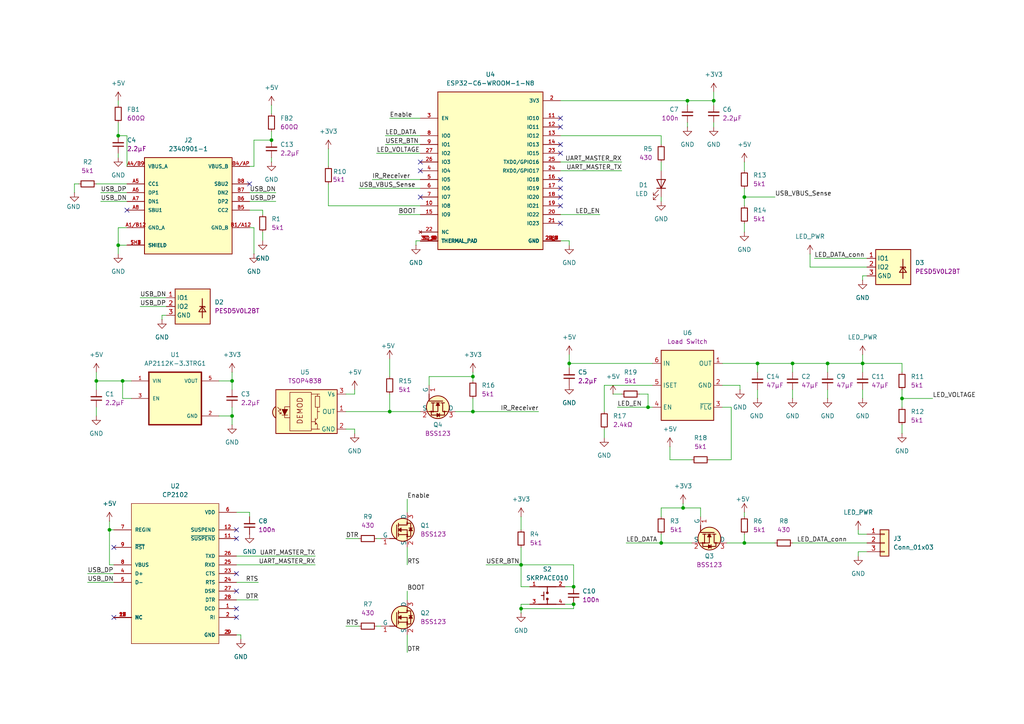
<source format=kicad_sch>
(kicad_sch (version 20231120) (generator "eeschema") (generator_version "8.0")
  (paper "A4")
  (junction (at 35.56 110.49))
  (junction (at 67.31 110.49))
  (junction (at 137.16 109.22))
  (junction (at 187.96 118.11))
  (junction (at 198.12 147.32))
  (junction (at 67.31 120.65))
  (junction (at 78.74 40.64))
  (junction (at 34.29 71.12))
  (junction (at 261.62 115.57))
  (junction (at 137.16 119.38))
  (junction (at 250.19 105.41))
  (junction (at 166.37 175.26))
  (junction (at 113.03 119.38))
  (junction (at 165.1 105.41))
  (junction (at 31.75 153.67))
  (junction (at 151.13 163.83))
  (junction (at 27.94 110.49))
  (junction (at 34.29 39.37))
  (junction (at 215.9 57.15))
  (junction (at 151.13 176.53))
  (junction (at 240.03 105.41))
  (junction (at 207.01 29.21))
  (junction (at 199.39 29.21))
  (junction (at 219.71 105.41))
  (junction (at 166.37 170.18))
  (junction (at 229.87 105.41))
  (junction (at 191.77 157.48))
  (junction (at 215.9 157.48))
  (no_connect (at 162.56 41.91))
  (no_connect (at 68.58 171.45))
  (no_connect (at 68.58 156.21))
  (no_connect (at 162.56 59.69))
  (no_connect (at 33.02 158.75))
  (no_connect (at 162.56 52.07))
  (no_connect (at 162.56 44.45))
  (no_connect (at 68.58 166.37))
  (no_connect (at 36.83 60.96))
  (no_connect (at 162.56 36.83))
  (no_connect (at 68.58 176.53))
  (no_connect (at 162.56 34.29))
  (no_connect (at 121.92 57.15))
  (no_connect (at 162.56 54.61))
  (no_connect (at 72.39 53.34))
  (no_connect (at 121.92 46.99))
  (no_connect (at 68.58 153.67))
  (no_connect (at 162.56 64.77))
  (no_connect (at 162.56 57.15))
  (no_connect (at 121.92 49.53))
  (no_connect (at 33.02 179.07))
  (no_connect (at 68.58 179.07))
  (wire (pts (xy 67.31 120.65) (xy 67.31 123.19)))
  (wire (pts (xy 34.29 66.04) (xy 34.29 71.12)))
  (wire (pts (xy 34.29 71.12) (xy 34.29 73.66)))
  (wire (pts (xy 34.29 39.37) (xy 36.83 39.37)))
  (wire (pts (xy 63.5 110.49) (xy 67.31 110.49)))
  (wire (pts (xy 162.56 46.99) (xy 180.34 46.99)))
  (wire (pts (xy 250.19 105.41) (xy 250.19 107.95)))
  (wire (pts (xy 113.03 119.38) (xy 121.92 119.38)))
  (wire (pts (xy 33.02 166.37) (xy 25.4 166.37)))
  (wire (pts (xy 48.26 86.36) (xy 40.64 86.36)))
  (wire (pts (xy 199.39 29.21) (xy 199.39 30.48)))
  (wire (pts (xy 121.92 44.45) (xy 109.22 44.45)))
  (wire (pts (xy 250.19 113.03) (xy 250.19 115.57)))
  (wire (pts (xy 198.12 146.05) (xy 198.12 147.32)))
  (wire (pts (xy 198.12 147.32) (xy 191.77 147.32)))
  (wire (pts (xy 229.87 105.41) (xy 240.03 105.41)))
  (wire (pts (xy 33.02 163.83) (xy 31.75 163.83)))
  (wire (pts (xy 107.95 52.07) (xy 121.92 52.07)))
  (wire (pts (xy 250.19 102.87) (xy 250.19 105.41)))
  (wire (pts (xy 215.9 49.53) (xy 215.9 46.99)))
  (wire (pts (xy 27.94 110.49) (xy 35.56 110.49)))
  (wire (pts (xy 165.1 105.41) (xy 189.23 105.41)))
  (wire (pts (xy 175.26 111.76) (xy 189.23 111.76)))
  (wire (pts (xy 34.29 29.21) (xy 34.29 30.48)))
  (wire (pts (xy 229.87 157.48) (xy 251.46 157.48)))
  (wire (pts (xy 68.58 173.99) (xy 74.93 173.99)))
  (wire (pts (xy 177.8 114.3) (xy 180.34 114.3)))
  (wire (pts (xy 165.1 69.85) (xy 165.1 71.12)))
  (wire (pts (xy 69.85 184.15) (xy 68.58 184.15)))
  (wire (pts (xy 78.74 40.64) (xy 73.66 40.64)))
  (wire (pts (xy 215.9 157.48) (xy 224.79 157.48)))
  (wire (pts (xy 165.1 106.68) (xy 165.1 105.41)))
  (wire (pts (xy 111.76 41.91) (xy 121.92 41.91)))
  (wire (pts (xy 251.46 80.01) (xy 250.19 80.01)))
  (wire (pts (xy 205.74 133.35) (xy 212.09 133.35)))
  (wire (pts (xy 215.9 148.59) (xy 215.9 149.86)))
  (wire (pts (xy 181.61 157.48) (xy 191.77 157.48)))
  (wire (pts (xy 121.92 54.61) (xy 104.14 54.61)))
  (wire (pts (xy 261.62 123.19) (xy 261.62 125.73)))
  (wire (pts (xy 240.03 105.41) (xy 240.03 107.95)))
  (wire (pts (xy 78.74 45.72) (xy 78.74 46.99)))
  (wire (pts (xy 113.03 104.14) (xy 113.03 109.22)))
  (wire (pts (xy 102.87 124.46) (xy 102.87 125.73)))
  (wire (pts (xy 27.94 53.34) (xy 36.83 53.34)))
  (wire (pts (xy 25.4 168.91) (xy 33.02 168.91)))
  (wire (pts (xy 199.39 35.56) (xy 199.39 36.83)))
  (wire (pts (xy 151.13 163.83) (xy 151.13 158.75)))
  (wire (pts (xy 137.16 115.57) (xy 137.16 119.38)))
  (wire (pts (xy 229.87 105.41) (xy 229.87 107.95)))
  (wire (pts (xy 191.77 157.48) (xy 200.66 157.48)))
  (wire (pts (xy 251.46 160.02) (xy 248.92 160.02)))
  (wire (pts (xy 209.55 105.41) (xy 219.71 105.41)))
  (wire (pts (xy 179.07 118.11) (xy 187.96 118.11)))
  (wire (pts (xy 48.26 91.44) (xy 46.99 91.44)))
  (wire (pts (xy 73.66 66.04) (xy 73.66 73.66)))
  (wire (pts (xy 34.29 44.45) (xy 34.29 45.72)))
  (wire (pts (xy 27.94 113.03) (xy 27.94 110.49)))
  (wire (pts (xy 113.03 34.29) (xy 121.92 34.29)))
  (wire (pts (xy 215.9 64.77) (xy 215.9 67.31)))
  (wire (pts (xy 207.01 35.56) (xy 207.01 36.83)))
  (wire (pts (xy 31.75 151.13) (xy 31.75 153.67)))
  (wire (pts (xy 212.09 133.35) (xy 212.09 118.11)))
  (wire (pts (xy 140.97 163.83) (xy 151.13 163.83)))
  (wire (pts (xy 207.01 29.21) (xy 207.01 26.67)))
  (wire (pts (xy 219.71 105.41) (xy 219.71 107.95)))
  (wire (pts (xy 95.25 59.69) (xy 121.92 59.69)))
  (wire (pts (xy 166.37 176.53) (xy 151.13 176.53)))
  (wire (pts (xy 215.9 54.61) (xy 215.9 57.15)))
  (wire (pts (xy 76.2 69.85) (xy 76.2 67.31)))
  (wire (pts (xy 31.75 163.83) (xy 31.75 153.67)))
  (wire (pts (xy 153.67 170.18) (xy 151.13 170.18)))
  (wire (pts (xy 151.13 170.18) (xy 151.13 163.83)))
  (wire (pts (xy 113.03 114.3) (xy 113.03 119.38)))
  (wire (pts (xy 151.13 176.53) (xy 151.13 175.26)))
  (wire (pts (xy 29.21 58.42) (xy 36.83 58.42)))
  (wire (pts (xy 163.83 175.26) (xy 166.37 175.26)))
  (wire (pts (xy 67.31 118.11) (xy 67.31 120.65)))
  (wire (pts (xy 100.33 181.61) (xy 104.14 181.61)))
  (wire (pts (xy 95.25 53.34) (xy 95.25 59.69)))
  (wire (pts (xy 219.71 105.41) (xy 229.87 105.41)))
  (wire (pts (xy 118.11 158.75) (xy 118.11 163.83)))
  (wire (pts (xy 215.9 57.15) (xy 224.79 57.15)))
  (wire (pts (xy 124.46 109.22) (xy 137.16 109.22)))
  (wire (pts (xy 187.96 114.3) (xy 187.96 118.11)))
  (wire (pts (xy 261.62 115.57) (xy 261.62 118.11)))
  (wire (pts (xy 240.03 105.41) (xy 250.19 105.41)))
  (wire (pts (xy 191.77 39.37) (xy 162.56 39.37)))
  (wire (pts (xy 162.56 69.85) (xy 165.1 69.85)))
  (wire (pts (xy 203.2 149.86) (xy 203.2 147.32)))
  (wire (pts (xy 185.42 114.3) (xy 187.96 114.3)))
  (wire (pts (xy 100.33 119.38) (xy 113.03 119.38)))
  (wire (pts (xy 163.83 170.18) (xy 166.37 170.18)))
  (wire (pts (xy 175.26 124.46) (xy 175.26 127)))
  (wire (pts (xy 100.33 124.46) (xy 102.87 124.46)))
  (wire (pts (xy 240.03 113.03) (xy 240.03 115.57)))
  (wire (pts (xy 203.2 147.32) (xy 198.12 147.32)))
  (wire (pts (xy 210.82 157.48) (xy 215.9 157.48)))
  (wire (pts (xy 175.26 119.38) (xy 175.26 111.76)))
  (wire (pts (xy 121.92 39.37) (xy 111.76 39.37)))
  (wire (pts (xy 191.77 154.94) (xy 191.77 157.48)))
  (wire (pts (xy 234.95 73.66) (xy 234.95 77.47)))
  (wire (pts (xy 35.56 115.57) (xy 35.56 110.49)))
  (wire (pts (xy 191.77 49.53) (xy 191.77 46.99)))
  (wire (pts (xy 229.87 113.03) (xy 229.87 115.57)))
  (wire (pts (xy 236.22 74.93) (xy 251.46 74.93)))
  (wire (pts (xy 132.08 119.38) (xy 137.16 119.38)))
  (wire (pts (xy 68.58 163.83) (xy 91.44 163.83)))
  (wire (pts (xy 31.75 153.67) (xy 33.02 153.67)))
  (wire (pts (xy 35.56 110.49) (xy 38.1 110.49)))
  (wire (pts (xy 36.83 66.04) (xy 34.29 66.04)))
  (wire (pts (xy 124.46 111.76) (xy 124.46 109.22)))
  (wire (pts (xy 165.1 102.87) (xy 165.1 105.41)))
  (wire (pts (xy 72.39 60.96) (xy 76.2 60.96)))
  (wire (pts (xy 207.01 29.21) (xy 207.01 30.48)))
  (wire (pts (xy 27.94 118.11) (xy 27.94 120.65)))
  (wire (pts (xy 34.29 35.56) (xy 34.29 39.37)))
  (wire (pts (xy 67.31 120.65) (xy 63.5 120.65)))
  (wire (pts (xy 38.1 115.57) (xy 35.56 115.57)))
  (wire (pts (xy 36.83 39.37) (xy 36.83 48.26)))
  (wire (pts (xy 261.62 107.95) (xy 261.62 105.41)))
  (wire (pts (xy 261.62 105.41) (xy 250.19 105.41)))
  (wire (pts (xy 109.22 181.61) (xy 110.49 181.61)))
  (wire (pts (xy 212.09 118.11) (xy 209.55 118.11)))
  (wire (pts (xy 151.13 175.26) (xy 153.67 175.26)))
  (wire (pts (xy 72.39 66.04) (xy 73.66 66.04)))
  (wire (pts (xy 78.74 30.48) (xy 78.74 33.02)))
  (wire (pts (xy 67.31 110.49) (xy 67.31 107.95)))
  (wire (pts (xy 199.39 29.21) (xy 207.01 29.21)))
  (wire (pts (xy 151.13 149.86) (xy 151.13 153.67)))
  (wire (pts (xy 261.62 115.57) (xy 270.51 115.57)))
  (wire (pts (xy 95.25 48.26) (xy 95.25 43.18)))
  (wire (pts (xy 194.31 133.35) (xy 200.66 133.35)))
  (wire (pts (xy 219.71 113.03) (xy 219.71 115.57)))
  (wire (pts (xy 80.01 55.88) (xy 72.39 55.88)))
  (wire (pts (xy 68.58 168.91) (xy 74.93 168.91)))
  (wire (pts (xy 22.86 53.34) (xy 21.59 53.34)))
  (wire (pts (xy 72.39 148.59) (xy 72.39 149.86)))
  (wire (pts (xy 46.99 91.44) (xy 46.99 92.71)))
  (wire (pts (xy 194.31 129.54) (xy 194.31 133.35)))
  (wire (pts (xy 162.56 62.23) (xy 173.99 62.23)))
  (wire (pts (xy 67.31 110.49) (xy 67.31 113.03)))
  (wire (pts (xy 68.58 161.29) (xy 91.44 161.29)))
  (wire (pts (xy 166.37 175.26) (xy 166.37 176.53)))
  (wire (pts (xy 21.59 53.34) (xy 21.59 55.88)))
  (wire (pts (xy 40.64 88.9) (xy 48.26 88.9)))
  (wire (pts (xy 162.56 29.21) (xy 199.39 29.21)))
  (wire (pts (xy 118.11 171.45) (xy 118.11 173.99)))
  (wire (pts (xy 191.77 57.15) (xy 191.77 58.42)))
  (wire (pts (xy 102.87 114.3) (xy 100.33 114.3)))
  (wire (pts (xy 109.22 156.21) (xy 110.49 156.21)))
  (wire (pts (xy 209.55 111.76) (xy 214.63 111.76)))
  (wire (pts (xy 115.57 62.23) (xy 121.92 62.23)))
  (wire (pts (xy 76.2 60.96) (xy 76.2 62.23)))
  (wire (pts (xy 162.56 49.53) (xy 180.34 49.53)))
  (wire (pts (xy 191.77 39.37) (xy 191.77 41.91)))
  (wire (pts (xy 248.92 160.02) (xy 248.92 161.29)))
  (wire (pts (xy 72.39 58.42) (xy 80.01 58.42)))
  (wire (pts (xy 36.83 71.12) (xy 34.29 71.12)))
  (wire (pts (xy 166.37 163.83) (xy 151.13 163.83)))
  (wire (pts (xy 191.77 147.32) (xy 191.77 149.86)))
  (wire (pts (xy 69.85 185.42) (xy 69.85 184.15)))
  (wire (pts (xy 118.11 184.15) (xy 118.11 189.23)))
  (wire (pts (xy 187.96 118.11) (xy 189.23 118.11)))
  (wire (pts (xy 215.9 57.15) (xy 215.9 59.69)))
  (wire (pts (xy 73.66 48.26) (xy 72.39 48.26)))
  (wire (pts (xy 261.62 113.03) (xy 261.62 115.57)))
  (wire (pts (xy 137.16 109.22) (xy 137.16 110.49)))
  (wire (pts (xy 248.92 154.94) (xy 248.92 153.67)))
  (wire (pts (xy 234.95 77.47) (xy 251.46 77.47)))
  (wire (pts (xy 100.33 156.21) (xy 104.14 156.21)))
  (wire (pts (xy 68.58 148.59) (xy 72.39 148.59)))
  (wire (pts (xy 251.46 154.94) (xy 248.92 154.94)))
  (wire (pts (xy 137.16 119.38) (xy 156.21 119.38)))
  (wire (pts (xy 36.83 55.88) (xy 29.21 55.88)))
  (wire (pts (xy 151.13 177.8) (xy 151.13 176.53)))
  (wire (pts (xy 27.94 107.95) (xy 27.94 110.49)))
  (wire (pts (xy 120.65 69.85) (xy 120.65 71.12)))
  (wire (pts (xy 215.9 154.94) (xy 215.9 157.48)))
  (wire (pts (xy 118.11 144.78) (xy 118.11 148.59)))
  (wire (pts (xy 166.37 170.18) (xy 166.37 163.83)))
  (wire (pts (xy 78.74 38.1) (xy 78.74 40.64)))
  (wire (pts (xy 121.92 69.85) (xy 120.65 69.85)))
  (wire (pts (xy 250.19 80.01) (xy 250.19 81.28)))
  (wire (pts (xy 73.66 40.64) (xy 73.66 48.26)))
  (wire (pts (xy 137.16 107.95) (xy 137.16 109.22)))
  (wire (pts (xy 214.63 111.76) (xy 214.63 113.03)))
  (wire (pts (xy 102.87 113.03) (xy 102.87 114.3)))
  (label "LED_VOLTAGE" (at 270.51 115.57 0))
  (label "Enable" (at 113.03 34.29 0))
  (label "LED_DATA" (at 181.61 157.48 0))
  (label "UART_MASTER_TX" (at 180.34 49.53 180))
  (label "USB_DN" (at 80.01 55.88 180))
  (label "BOOT" (at 115.57 62.23 0))
  (label "LED_DATA_conn" (at 236.22 74.93 0))
  (label "USER_BTN" (at 111.76 41.91 0))
  (label "IR_Receiver" (at 107.95 52.07 0))
  (label "DTR" (at 74.93 173.99 180))
  (label "LED_EN" (at 173.99 62.23 180))
  (label "USER_BTN" (at 140.97 163.83 0))
  (label "DTR" (at 118.11 189.23 0))
  (label "UART_MASTER_RX" (at 91.44 163.83 180))
  (label "UART_MASTER_RX" (at 180.34 46.99 180))
  (label "LED_EN" (at 179.07 118.11 0))
  (label "LED_DATA_conn" (at 231.14 157.48 0))
  (label "USB_DP" (at 25.4 166.37 0))
  (label "LED_VOLTAGE" (at 109.22 44.45 0))
  (label "USB_DN" (at 40.64 86.36 0))
  (label "BOOT" (at 118.11 171.45 0))
  (label "Enable" (at 118.11 144.78 0))
  (label "USB_DP" (at 80.01 58.42 180))
  (label "USB_DP" (at 29.21 55.88 0))
  (label "LED_DATA" (at 111.76 39.37 0))
  (label "RTS" (at 74.93 168.91 180))
  (label "USB_DP" (at 40.64 88.9 0))
  (label "RTS" (at 118.11 163.83 0))
  (label "USB_VBUS_Sense" (at 104.14 54.61 0))
  (label "DTR" (at 100.33 156.21 0))
  (label "USB_DN" (at 29.21 58.42 0))
  (label "RTS" (at 100.33 181.61 0))
  (label "USB_VBUS_Sense" (at 224.79 57.15 0))
  (label "USB_DN" (at 25.4 168.91 0))
  (label "UART_MASTER_TX" (at 91.44 161.29 180))
  (label "IR_Receiver" (at 156.21 119.38 180))
  (symbol (lib_id "power:+3V3") (at 95.25 43.18 0) (mirror y) (unit 1)
    (property "Reference" "#PWR029" (effects (hide yes)))
    (property "Value" "+3V3" (at 95.25 38.1 0))
    (property "Description" "Power symbol creates a global label with name \"+3V3\"" (effects (hide yes)))
  )
  (symbol (lib_id "HSRGB:C_2u2_10pct_16V_0402_GRM155R61C225KE11D") (at 78.74 43.18 90) (unit 1)
    (property "Reference" "C13" (at 81.28 41.9036 90) (effects (justify right)))
    (property "Value" "C_2u2_10pct_16V_0402_GRM155R61C225KE11D" (effects (hide yes)))
    (property "Footprint" "HSRGB:C_0402" (effects (hide yes)))
    (property "Datasheet" "https://www.mouser.pl/datasheet/2/281/1/GRM155R61C225KE11_01A-1983937.pdf" (effects (hide yes)))
    (property "Description" "SMD Ceramic Capacitor, 2.2 µF, ±10%, 16V, X5R, 0402" (effects (hide yes)))
    (property "MPN" "GRM155R61C225KE11D" (effects (hide yes)))
    (property "Manufacturer" "Murata" (effects (hide yes)))
    (property "License" "Apache-2.0" (effects (hide yes)))
    (property "Author" "Lukasz Nowarkiewicz" (effects (hide yes)))
    (property "Val" "2.2µF" (at 81.28 44.4435 90) (effects (justify right)))
  )
  (symbol (lib_id "HSRGB:2340901-1") (at 54.61 58.42 0) (unit 1)
    (property "Reference" "J2" (at 54.61 40.64 0))
    (property "Value" "2340901-1" (at 54.61 43.18 0))
    (property "Footprint" "HSRGB:2340901-1" (effects (hide yes)))
    (property "MF" "TE Connectivity" (effects (hide yes)))
    (property "MAXIMUM_PACKAGE_HEIGHT" "1.58mm" (effects (hide yes)))
    (property "Package" "None" (effects (hide yes)))
    (property "Price" "None" (effects (hide yes)))
    (property "Check_prices" "https://www.snapeda.com/parts/2340901-1/TE+Connectivity/view-part/?ref=eda" (effects (hide yes)))
    (property "STANDARD" "Manufacturer Recommendations" (effects (hide yes)))
    (property "PARTREV" "A" (effects (hide yes)))
    (property "SnapEDA_Link" "https://www.snapeda.com/parts/2340901-1/TE+Connectivity/view-part/?ref=snap" (effects (hide yes)))
    (property "MP" "2340901-1" (effects (hide yes)))
    (property "Description_1" "\n                        \n                            USB Type C 2.0 Conn Rec Mid-Mount One Ro\n                        \n" (effects (hide yes)))
    (property "Availability" "In Stock" (effects (hide yes)))
    (property "MANUFACTURER" "TE Connectivity" (effects (hide yes)))
  )
  (symbol (lib_id "power:+5V") (at 34.29 29.21 0) (unit 1)
    (property "Reference" "#PWR012" (effects (hide yes)))
    (property "Value" "+5V" (at 34.29 24.13 0))
    (property "Description" "Power symbol creates a global label with name \"+5V\"" (effects (hide yes)))
  )
  (symbol (lib_id "HSRGB:C_2u2_10pct_16V_0402_GRM155R61C225KE11D") (at 34.29 41.91 90) (unit 1)
    (property "Reference" "C4" (at 36.83 40.6336 90) (effects (justify right)))
    (property "Value" "C_2u2_10pct_16V_0402_GRM155R61C225KE11D" (effects (hide yes)))
    (property "Footprint" "HSRGB:C_0402" (effects (hide yes)))
    (property "Datasheet" "https://www.mouser.pl/datasheet/2/281/1/GRM155R61C225KE11_01A-1983937.pdf" (effects (hide yes)))
    (property "Description" "SMD Ceramic Capacitor, 2.2 µF, ±10%, 16V, X5R, 0402" (effects (hide yes)))
    (property "MPN" "GRM155R61C225KE11D" (effects (hide yes)))
    (property "Manufacturer" "Murata" (effects (hide yes)))
    (property "License" "Apache-2.0" (effects (hide yes)))
    (property "Author" "Lukasz Nowarkiewicz" (effects (hide yes)))
    (property "Val" "2.2µF" (at 36.83 43.1735 90) (effects (justify right)))
  )
  (symbol (lib_id "power:GND") (at 261.62 125.73 0) (unit 1)
    (property "Reference" "#PWR039" (effects (hide yes)))
    (property "Value" "GND" (at 261.62 130.81 0))
    (property "Description" "Power symbol creates a global label with name \"GND\" , ground" (effects (hide yes)))
  )
  (symbol (lib_id "HSRGB:R_5k1_0402") (at 215.9 154.94 90) (unit 1)
    (property "Reference" "R6" (at 218.44 151.13 90) (effects (justify right)))
    (property "Value" "R_5k1_0402" (effects (hide yes)))
    (property "Footprint" "HSRGB:R_0402" (effects (hide yes)))
    (property "Datasheet" "https://www.yageo.com/en/ProductCategory/Chip-Resistors-Thick-Film-SMD-AC" (effects (hide yes)))
    (property "Description" "SMD Chip Resistor, 5.1 kΩ, ±5%, 63 mW, 0402 [1005 Metric], Thick Film, Automotive AEC-Q200, Moisture Resistant" (effects (hide yes)))
    (property "MPN" "AC0402JR-075K1L" (effects (hide yes)))
    (property "Manufacturer" "YAGEO" (effects (hide yes)))
    (property "License" "Apache-2.0" (effects (hide yes)))
    (property "Author" "Lukasz Nowarkiewicz" (effects (hide yes)))
    (property "Val" "5k1" (at 218.44 153.67 90) (effects (justify right)))
    (property "Tolerance" "5%" (effects (hide yes)))
    (property "Power" "63 mW" (effects (hide yes)))
    (property "Temperature Coefficient" "±100 ppm/°C" (effects (hide yes)))
  )
  (symbol (lib_id "power:GND") (at 34.29 45.72 0) (unit 1)
    (property "Reference" "#PWR015" (effects (hide yes)))
    (property "Value" "GND" (at 34.29 50.8 0))
    (property "Description" "Power symbol creates a global label with name \"GND\" , ground" (effects (hide yes)))
  )
  (symbol (lib_id "HSRGB:R_5k1_0402") (at 113.03 114.3 90) (unit 1)
    (property "Reference" "R15" (at 115.57 110.49 90) (effects (justify right)))
    (property "Value" "R_5k1_0402" (effects (hide yes)))
    (property "Footprint" "HSRGB:R_0402" (effects (hide yes)))
    (property "Datasheet" "https://www.yageo.com/en/ProductCategory/Chip-Resistors-Thick-Film-SMD-AC" (effects (hide yes)))
    (property "Description" "SMD Chip Resistor, 5.1 kΩ, ±5%, 63 mW, 0402 [1005 Metric], Thick Film, Automotive AEC-Q200, Moisture Resistant" (effects (hide yes)))
    (property "MPN" "AC0402JR-075K1L" (effects (hide yes)))
    (property "Manufacturer" "YAGEO" (effects (hide yes)))
    (property "License" "Apache-2.0" (effects (hide yes)))
    (property "Author" "Lukasz Nowarkiewicz" (effects (hide yes)))
    (property "Val" "5k1" (at 115.57 113.03 90) (effects (justify right)))
    (property "Tolerance" "5%" (effects (hide yes)))
    (property "Power" "63 mW" (effects (hide yes)))
    (property "Temperature Coefficient" "±100 ppm/°C" (effects (hide yes)))
  )
  (symbol (lib_id "HSRGB:C_47u_20pct_10V_0805_CC0805MKX5R6BB476") (at 250.19 110.49 90) (unit 1)
    (property "Reference" "C11" (at 252.73 109.2136 90) (effects (justify right)))
    (property "Value" "C_47u_20pct_10V_0805_CC0805MKX5R6BB476" (effects (hide yes)))
    (property "Footprint" "HSRGB:C_0805" (effects (hide yes)))
    (property "Datasheet" "https://www.yageo.com/upload/media/product/app/datasheet/mlcc/upy-gphc_x5r_4v-to-50v.pdf" (effects (hide yes)))
    (property "Description" "SMD Ceramic Capacitor, 47 µF, ±20%, 10V, X5R, 0805" (effects (hide yes)))
    (property "MPN" "CC0805MKX5R6BB476" (effects (hide yes)))
    (property "Manufacturer" "Yageo" (effects (hide yes)))
    (property "License" "Apache-2.0" (effects (hide yes)))
    (property "Author" "Lukasz Nowarkiewicz" (effects (hide yes)))
    (property "Val" "47µF" (at 252.73 111.7535 90) (effects (justify right)))
  )
  (symbol (lib_id "HSRGB:CP2102") (at 50.8 166.37 0) (unit 1)
    (property "Reference" "U2" (at 50.8 140.97 0))
    (property "Value" "CP2102" (at 50.8 143.51 0))
    (property "Footprint" "HSRGB:CP2102" (effects (hide yes)))
    (property "Description" "USB to UART Bridge" (effects (hide yes)))
    (property "MF" "Silicon Labs" (effects (hide yes)))
    (property "PACKAGE" "WFQFN-20 Silicon Labs" (effects (hide yes)))
    (property "PRICE" "None" (effects (hide yes)))
    (property "Package" "QFN-28 Silicon Labs" (effects (hide yes)))
    (property "Check_prices" "https://www.snapeda.com/parts/CP2102/Silicon+Labs/view-part/?ref=eda" (effects (hide yes)))
    (property "Price" "None" (effects (hide yes)))
    (property "SnapEDA_Link" "https://www.snapeda.com/parts/CP2102/Silicon+Labs/view-part/?ref=snap" (effects (hide yes)))
    (property "MP" "CP2102" (effects (hide yes)))
    (property "Availability" "In Stock" (effects (hide yes)))
    (property "AVAILABILITY" "Unavailable" (effects (hide yes)))
    (property "Description_1" "\n                        \n                            CP2102N USB 2.0 to UART (RS232) Bridge Interface Evaluation Board\n                        \n" (effects (hide yes)))
  )
  (symbol (lib_id "power:GND") (at 191.77 58.42 0) (mirror y) (unit 1)
    (property "Reference" "#PWR01" (effects (hide yes)))
    (property "Value" "GND" (at 191.77 63.5 0))
    (property "Description" "Power symbol creates a global label with name \"GND\" , ground" (effects (hide yes)))
  )
  (symbol (lib_id "HSRGB:R_430_0402") (at 104.14 181.61 0) (unit 1)
    (property "Reference" "R7" (at 106.68 175.26 0))
    (property "Value" "R_430_0402" (effects (hide yes)))
    (property "Footprint" "HSRGB:R_0402" (effects (hide yes)))
    (property "Datasheet" "https://www.lcsc.com/datasheet/lcsc_datasheet_1811081413_RALEC-RTT024320FTH_C103041.pdf" (effects (hide yes)))
    (property "Description" "SMD Chip Resistor, 430 Ω, ±1%, 62.5 mW, 0402 [1005 Metric], Thick Film" (effects (hide yes)))
    (property "MPN" "RTT024300FTH" (effects (hide yes)))
    (property "Manufacturer" "RALEC" (effects (hide yes)))
    (property "License" "Apache-2.0" (effects (hide yes)))
    (property "Author" "Lukasz Nowarkiewicz" (effects (hide yes)))
    (property "Val" "430" (at 106.68 177.8 0))
    (property "Tolerance" "1%" (effects (hide yes)))
    (property "Power" "62.5 mW" (effects (hide yes)))
    (property "Temperature Coefficient" "±100 ppm/°C" (effects (hide yes)))
  )
  (symbol (lib_id "HSRGB:R_430_0402") (at 191.77 46.99 270) (mirror x) (unit 1)
    (property "Reference" "R5" (at 189.23 43.18 90) (effects (justify right)))
    (property "Value" "R_430_0402" (effects (hide yes)))
    (property "Footprint" "HSRGB:R_0402" (effects (hide yes)))
    (property "Datasheet" "https://www.lcsc.com/datasheet/lcsc_datasheet_1811081413_RALEC-RTT024320FTH_C103041.pdf" (effects (hide yes)))
    (property "Description" "SMD Chip Resistor, 430 Ω, ±1%, 62.5 mW, 0402 [1005 Metric], Thick Film" (effects (hide yes)))
    (property "MPN" "RTT024300FTH" (effects (hide yes)))
    (property "Manufacturer" "RALEC" (effects (hide yes)))
    (property "License" "Apache-2.0" (effects (hide yes)))
    (property "Author" "Lukasz Nowarkiewicz" (effects (hide yes)))
    (property "Val" "430" (at 189.23 45.72 90) (effects (justify right)))
    (property "Tolerance" "1%" (effects (hide yes)))
    (property "Power" "62.5 mW" (effects (hide yes)))
    (property "Temperature Coefficient" "±100 ppm/°C" (effects (hide yes)))
  )
  (symbol (lib_id "HSRGB:Conn_01x03") (at 256.54 157.48 0) (unit 1)
    (property "Reference" "J3" (at 259.08 156.2099 0) (effects (justify left)))
    (property "Value" "Conn_01x03" (at 259.08 158.7499 0) (effects (justify left)))
    (property "Footprint" "HSRGB:1x03_P2.54mm_LED_pads" (effects (hide yes)))
    (property "Description" "Generic connector, single row, 01x03, script generated (kicad-library-utils/schlib/autogen/connector/)" (effects (hide yes)))
  )
  (symbol (lib_id "power:GND") (at 207.01 36.83 0) (mirror y) (unit 1)
    (property "Reference" "#PWR023" (effects (hide yes)))
    (property "Value" "GND" (at 207.01 41.91 0))
    (property "Description" "Power symbol creates a global label with name \"GND\" , ground" (effects (hide yes)))
  )
  (symbol (lib_id "HSRGB:C_2u2_10pct_16V_0402_GRM155R61C225KE11D") (at 165.1 109.22 90) (unit 1)
    (property "Reference" "C5" (at 167.64 107.9436 90) (effects (justify right)))
    (property "Value" "C_2u2_10pct_16V_0402_GRM155R61C225KE11D" (effects (hide yes)))
    (property "Footprint" "HSRGB:C_0402" (effects (hide yes)))
    (property "Datasheet" "https://www.mouser.pl/datasheet/2/281/1/GRM155R61C225KE11_01A-1983937.pdf" (effects (hide yes)))
    (property "Description" "SMD Ceramic Capacitor, 2.2 µF, ±10%, 16V, X5R, 0402" (effects (hide yes)))
    (property "MPN" "GRM155R61C225KE11D" (effects (hide yes)))
    (property "Manufacturer" "Murata" (effects (hide yes)))
    (property "License" "Apache-2.0" (effects (hide yes)))
    (property "Author" "Lukasz Nowarkiewicz" (effects (hide yes)))
    (property "Val" "2.2µF" (at 167.64 110.4835 90) (effects (justify right)))
  )
  (symbol (lib_id "power:+5V") (at 31.75 151.13 0) (unit 1)
    (property "Reference" "#PWR030" (effects (hide yes)))
    (property "Value" "+5V" (at 31.75 146.05 0))
    (property "Description" "Power symbol creates a global label with name \"+5V\"" (effects (hide yes)))
  )
  (symbol (lib_id "HSRGB:AP2112K-3.3TRG1") (at 50.8 115.57 0) (unit 1)
    (property "Reference" "U1" (at 50.8 102.87 0))
    (property "Value" "AP2112K-3.3TRG1" (at 50.8 105.41 0))
    (property "Footprint" "HSRGB:AP2112K-3.3TRG1" (effects (hide yes)))
    (property "MF" "Diodes Inc." (effects (hide yes)))
    (property "Description_1" "\n                        \n                            Voltage Regulators, LDO, 600mA CMOS LDO 50mA 3.3V 250mV | Diodes Inc AP2112K-3.3TRG1\n                        \n" (effects (hide yes)))
    (property "Package" "SOT-753 Diodes Inc." (effects (hide yes)))
    (property "Price" "None" (effects (hide yes)))
    (property "Check_prices" "https://www.snapeda.com/parts/AP2112K-3.3TRG1/Diodes+Inc./view-part/?ref=eda" (effects (hide yes)))
    (property "PARTREV" "2-2" (effects (hide yes)))
    (property "SnapEDA_Link" "https://www.snapeda.com/parts/AP2112K-3.3TRG1/Diodes+Inc./view-part/?ref=snap" (effects (hide yes)))
    (property "MP" "AP2112K-3.3TRG1" (effects (hide yes)))
    (property "Availability" "In Stock" (effects (hide yes)))
    (property "MANUFACTURER" "Diodes Inc." (effects (hide yes)))
  )
  (symbol (lib_id "HSRGB:C_2u2_10pct_16V_0402_GRM155R61C225KE11D") (at 67.31 115.57 90) (unit 1)
    (property "Reference" "C3" (at 69.85 114.2936 90) (effects (justify right)))
    (property "Value" "C_2u2_10pct_16V_0402_GRM155R61C225KE11D" (effects (hide yes)))
    (property "Footprint" "HSRGB:C_0402" (effects (hide yes)))
    (property "Datasheet" "https://www.mouser.pl/datasheet/2/281/1/GRM155R61C225KE11_01A-1983937.pdf" (effects (hide yes)))
    (property "Description" "SMD Ceramic Capacitor, 2.2 µF, ±10%, 16V, X5R, 0402" (effects (hide yes)))
    (property "MPN" "GRM155R61C225KE11D" (effects (hide yes)))
    (property "Manufacturer" "Murata" (effects (hide yes)))
    (property "License" "Apache-2.0" (effects (hide yes)))
    (property "Author" "Lukasz Nowarkiewicz" (effects (hide yes)))
    (property "Val" "2.2µF" (at 69.85 116.8335 90) (effects (justify right)))
  )
  (symbol (lib_id "HSRGB:R_5k1_0402") (at 151.13 153.67 270) (unit 1)
    (property "Reference" "R4" (at 153.67 154.94 90) (effects (justify left)))
    (property "Value" "R_5k1_0402" (effects (hide yes)))
    (property "Footprint" "HSRGB:R_0402" (effects (hide yes)))
    (property "Datasheet" "https://www.yageo.com/en/ProductCategory/Chip-Resistors-Thick-Film-SMD-AC" (effects (hide yes)))
    (property "Description" "SMD Chip Resistor, 5.1 kΩ, ±5%, 63 mW, 0402 [1005 Metric], Thick Film, Automotive AEC-Q200, Moisture Resistant" (effects (hide yes)))
    (property "MPN" "AC0402JR-075K1L" (effects (hide yes)))
    (property "Manufacturer" "YAGEO" (effects (hide yes)))
    (property "License" "Apache-2.0" (effects (hide yes)))
    (property "Author" "Lukasz Nowarkiewicz" (effects (hide yes)))
    (property "Val" "5k1" (at 153.67 157.48 90) (effects (justify left)))
    (property "Tolerance" "5%" (effects (hide yes)))
    (property "Power" "63 mW" (effects (hide yes)))
    (property "Temperature Coefficient" "±100 ppm/°C" (effects (hide yes)))
  )
  (symbol (lib_id "HSRGB:C_47u_20pct_10V_0805_CC0805MKX5R6BB476") (at 219.71 110.49 90) (unit 1)
    (property "Reference" "C14" (at 222.25 109.2136 90) (effects (justify right)))
    (property "Value" "C_47u_20pct_10V_0805_CC0805MKX5R6BB476" (effects (hide yes)))
    (property "Footprint" "HSRGB:C_0805" (effects (hide yes)))
    (property "Datasheet" "https://www.yageo.com/upload/media/product/app/datasheet/mlcc/upy-gphc_x5r_4v-to-50v.pdf" (effects (hide yes)))
    (property "Description" "SMD Ceramic Capacitor, 47 µF, ±20%, 10V, X5R, 0805" (effects (hide yes)))
    (property "MPN" "CC0805MKX5R6BB476" (effects (hide yes)))
    (property "Manufacturer" "Yageo" (effects (hide yes)))
    (property "License" "Apache-2.0" (effects (hide yes)))
    (property "Author" "Lukasz Nowarkiewicz" (effects (hide yes)))
    (property "Val" "47µF" (at 222.25 111.7535 90) (effects (justify right)))
  )
  (symbol (lib_id "power:+3V3") (at 67.31 107.95 0) (unit 1)
    (property "Reference" "#PWR06" (effects (hide yes)))
    (property "Value" "+3V3" (at 67.31 102.87 0))
    (property "Description" "Power symbol creates a global label with name \"+3V3\"" (effects (hide yes)))
  )
  (symbol (lib_id "HSRGB:PESD5V0L2BT") (at 48.26 86.36 0) (unit 1)
    (property "Reference" "D2" (at 62.23 87.63 0) (effects (justify left)))
    (property "Value" "PESD5V0L2BT" (effects (hide yes)))
    (property "Footprint" "HSRGB:PESD5V0L2BT" (effects (hide yes)))
    (property "Datasheet" "https://datasheet.lcsc.com/lcsc/2311200928_TECH-PUBLIC-PESD5V0L2BT_C2858724.pdf" (effects (hide yes)))
    (property "Description" "TVS diode array, 5V, SOT-23, low capacitance, ESD protection" (effects (hide yes)))
    (property "MPN" "PESD5V0L2BT" (at 62.23 90.17 0) (effects (justify left)))
    (property "Manufacturer" "TECH PUBLIC" (effects (hide yes)))
    (property "Author" "Lukasz Nowarkiewicz" (effects (hide yes)))
    (property "License" "Apache-2.0" (effects (hide yes)))
  )
  (symbol (lib_id "HSRGB:C_47u_20pct_10V_0805_CC0805MKX5R6BB476") (at 240.03 110.49 90) (unit 1)
    (property "Reference" "C9" (at 242.57 109.2136 90) (effects (justify right)))
    (property "Value" "C_47u_20pct_10V_0805_CC0805MKX5R6BB476" (effects (hide yes)))
    (property "Footprint" "HSRGB:C_0805" (effects (hide yes)))
    (property "Datasheet" "https://www.yageo.com/upload/media/product/app/datasheet/mlcc/upy-gphc_x5r_4v-to-50v.pdf" (effects (hide yes)))
    (property "Description" "SMD Ceramic Capacitor, 47 µF, ±20%, 10V, X5R, 0805" (effects (hide yes)))
    (property "MPN" "CC0805MKX5R6BB476" (effects (hide yes)))
    (property "Manufacturer" "Yageo" (effects (hide yes)))
    (property "License" "Apache-2.0" (effects (hide yes)))
    (property "Author" "Lukasz Nowarkiewicz" (effects (hide yes)))
    (property "Val" "47µF" (at 242.57 111.7535 90) (effects (justify right)))
  )
  (symbol (lib_id "power:GND") (at 21.59 55.88 0) (unit 1)
    (property "Reference" "#PWR018" (effects (hide yes)))
    (property "Value" "GND" (at 23.368 59.944 0) (effects (justify right)))
    (property "Description" "Power symbol creates a global label with name \"GND\" , ground" (effects (hide yes)))
  )
  (symbol (lib_id "power:+5V") (at 215.9 46.99 0) (unit 1)
    (property "Reference" "#PWR042" (effects (hide yes)))
    (property "Value" "+5V" (at 215.9 41.91 0))
    (property "Description" "Power symbol creates a global label with name \"+5V\"" (effects (hide yes)))
  )
  (symbol (lib_id "HSRGB:C_100n_0402") (at 199.39 35.56 270) (mirror x) (unit 1)
    (property "Reference" "C7" (at 196.85 31.7436 90) (effects (justify right)))
    (property "Value" "C_100n_0402" (effects (hide yes)))
    (property "Footprint" "HSRGB:C_0402" (effects (hide yes)))
    (property "Datasheet" "https://www.murata.com/products/productdetail?partno=GRM155R61A104KE01%23" (effects (hide yes)))
    (property "Description" "SMD Multilayer Ceramic Capacitor, 100 nF, 10 V, 0402 [1005 Metric], ±10%, X5R, GRM Series" (effects (hide yes)))
    (property "MPN" "GRM155R61A104KE01D" (effects (hide yes)))
    (property "Manufacturer" "Murata" (effects (hide yes)))
    (property "License" "Apache-2.0" (effects (hide yes)))
    (property "Author" "Your Name" (effects (hide yes)))
    (property "Val" "100n" (at 196.85 34.2836 90) (effects (justify right)))
    (property "Voltage" "10V" (effects (hide yes)))
    (property "Dielectric" "X5R" (effects (hide yes)))
  )
  (symbol (lib_id "HSRGB:C_47u_20pct_10V_0805_CC0805MKX5R6BB476") (at 229.87 110.49 90) (unit 1)
    (property "Reference" "C2" (at 232.41 109.2136 90) (effects (justify right)))
    (property "Value" "C_47u_20pct_10V_0805_CC0805MKX5R6BB476" (effects (hide yes)))
    (property "Footprint" "HSRGB:C_0805" (effects (hide yes)))
    (property "Datasheet" "https://www.yageo.com/upload/media/product/app/datasheet/mlcc/upy-gphc_x5r_4v-to-50v.pdf" (effects (hide yes)))
    (property "Description" "SMD Ceramic Capacitor, 47 µF, ±20%, 10V, X5R, 0805" (effects (hide yes)))
    (property "MPN" "CC0805MKX5R6BB476" (effects (hide yes)))
    (property "Manufacturer" "Yageo" (effects (hide yes)))
    (property "License" "Apache-2.0" (effects (hide yes)))
    (property "Author" "Lukasz Nowarkiewicz" (effects (hide yes)))
    (property "Val" "47µF" (at 232.41 111.7535 90) (effects (justify right)))
  )
  (symbol (lib_id "HSRGB:R_5k1_0402") (at 95.25 48.26 270) (unit 1)
    (property "Reference" "R10" (at 98.552 49.784 90))
    (property "Value" "R_5k1_0402" (effects (hide yes)))
    (property "Footprint" "HSRGB:R_0402" (effects (hide yes)))
    (property "Datasheet" "https://www.yageo.com/en/ProductCategory/Chip-Resistors-Thick-Film-SMD-AC" (effects (hide yes)))
    (property "Description" "SMD Chip Resistor, 5.1 kΩ, ±5%, 63 mW, 0402 [1005 Metric], Thick Film, Automotive AEC-Q200, Moisture Resistant" (effects (hide yes)))
    (property "MPN" "AC0402JR-075K1L" (effects (hide yes)))
    (property "Manufacturer" "YAGEO" (effects (hide yes)))
    (property "License" "Apache-2.0" (effects (hide yes)))
    (property "Author" "Lukasz Nowarkiewicz" (effects (hide yes)))
    (property "Val" "5k1" (at 98.298 52.07 90))
    (property "Tolerance" "5%" (effects (hide yes)))
    (property "Power" "63 mW" (effects (hide yes)))
    (property "Temperature Coefficient" "±100 ppm/°C" (effects (hide yes)))
  )
  (symbol (lib_id "HSRGB:KP-1608CGCK") (at 191.77 53.34 270) (mirror x) (unit 1)
    (property "Reference" "D1" (at 187.96 53.6574 90) (effects (justify right)))
    (property "Value" "LED" (at 187.96 56.1974 90) (effects (justify right)))
    (property "Footprint" "HSRGB:LED_KPT-1608ZGC" (effects (hide yes)))
    (property "Datasheet" "http://www.kingbright.com/attachments/file/psearch//000/00/00/KP-1608CGCK(Ver.23B).pdf" (effects (hide yes)))
    (property "Description" "Light emitting diode" (effects (hide yes)))
  )
  (symbol (lib_id "power:+5V") (at 78.74 30.48 0) (unit 1)
    (property "Reference" "#PWR013" (effects (hide yes)))
    (property "Value" "+5V" (at 78.74 25.4 0))
    (property "Description" "Power symbol creates a global label with name \"+5V\"" (effects (hide yes)))
  )
  (symbol (lib_id "power:+5V") (at 215.9 148.59 0) (unit 1)
    (property "Reference" "#PWR03" (effects (hide yes)))
    (property "Value" "+5V" (at 215.392 144.78 0))
    (property "Description" "Power symbol creates a global label with name \"+5V\"" (effects (hide yes)))
  )
  (symbol (lib_id "HSRGB:C_2u2_10pct_16V_0402_GRM155R61C225KE11D") (at 207.01 33.02 90) (unit 1)
    (property "Reference" "C6" (at 209.55 31.7436 90) (effects (justify right)))
    (property "Value" "C_2u2_10pct_16V_0402_GRM155R61C225KE11D" (effects (hide yes)))
    (property "Footprint" "HSRGB:C_0402" (effects (hide yes)))
    (property "Datasheet" "https://www.mouser.pl/datasheet/2/281/1/GRM155R61C225KE11_01A-1983937.pdf" (effects (hide yes)))
    (property "Description" "SMD Ceramic Capacitor, 2.2 µF, ±10%, 16V, X5R, 0402" (effects (hide yes)))
    (property "MPN" "GRM155R61C225KE11D" (effects (hide yes)))
    (property "Manufacturer" "Murata" (effects (hide yes)))
    (property "License" "Apache-2.0" (effects (hide yes)))
    (property "Author" "Lukasz Nowarkiewicz" (effects (hide yes)))
    (property "Val" "2.2µF" (at 209.55 34.2835 90) (effects (justify right)))
  )
  (symbol (lib_id "HSRGB:C_100n_0402") (at 72.39 154.94 90) (unit 1)
    (property "Reference" "C8" (at 74.93 151.1236 90) (effects (justify right)))
    (property "Value" "C_100n_0402" (effects (hide yes)))
    (property "Footprint" "HSRGB:C_0402" (effects (hide yes)))
    (property "Datasheet" "https://www.murata.com/products/productdetail?partno=GRM155R61A104KE01%23" (effects (hide yes)))
    (property "Description" "SMD Multilayer Ceramic Capacitor, 100 nF, 10 V, 0402 [1005 Metric], ±10%, X5R, GRM Series" (effects (hide yes)))
    (property "MPN" "GRM155R61A104KE01D" (effects (hide yes)))
    (property "Manufacturer" "Murata" (effects (hide yes)))
    (property "License" "Apache-2.0" (effects (hide yes)))
    (property "Author" "Your Name" (effects (hide yes)))
    (property "Val" "100n" (at 74.93 153.6636 90) (effects (justify right)))
    (property "Voltage" "10V" (effects (hide yes)))
    (property "Dielectric" "X5R" (effects (hide yes)))
  )
  (symbol (lib_id "HSRGB:R_5k1_0402") (at 261.62 107.95 270) (unit 1)
    (property "Reference" "R11" (at 264.16 109.22 90) (effects (justify left)))
    (property "Value" "R_5k1_0402" (effects (hide yes)))
    (property "Footprint" "HSRGB:R_0402" (effects (hide yes)))
    (property "Datasheet" "https://www.yageo.com/en/ProductCategory/Chip-Resistors-Thick-Film-SMD-AC" (effects (hide yes)))
    (property "Description" "SMD Chip Resistor, 5.1 kΩ, ±5%, 63 mW, 0402 [1005 Metric], Thick Film, Automotive AEC-Q200, Moisture Resistant" (effects (hide yes)))
    (property "MPN" "AC0402JR-075K1L" (effects (hide yes)))
    (property "Manufacturer" "YAGEO" (effects (hide yes)))
    (property "License" "Apache-2.0" (effects (hide yes)))
    (property "Author" "Lukasz Nowarkiewicz" (effects (hide yes)))
    (property "Val" "5k1" (at 264.16 111.76 90) (effects (justify left)))
    (property "Tolerance" "5%" (effects (hide yes)))
    (property "Power" "63 mW" (effects (hide yes)))
    (property "Temperature Coefficient" "±100 ppm/°C" (effects (hide yes)))
  )
  (symbol (lib_id "power:GND") (at 27.94 120.65 0) (unit 1)
    (property "Reference" "#PWR014" (effects (hide yes)))
    (property "Value" "GND" (at 27.94 125.73 0))
    (property "Description" "Power symbol creates a global label with name \"GND\" , ground" (effects (hide yes)))
  )
  (symbol (lib_id "HSRGB:ESP32-C6-WROOM-1-N8") (at 142.24 49.53 0) (unit 1)
    (property "Reference" "U4" (at 142.24 21.59 0))
    (property "Value" "ESP32-C6-WROOM-1-N8" (at 142.24 24.13 0))
    (property "Footprint" "HSRGB:ESP32-C6-WROOM-1-N8" (effects (hide yes)))
    (property "MF" "Espressif Systems" (effects (hide yes)))
    (property "MAXIMUM_PACKAGE_HEIGHT" "3.25mm" (effects (hide yes)))
    (property "Package" "None" (effects (hide yes)))
    (property "Price" "None" (effects (hide yes)))
    (property "Check_prices" "https://www.snapeda.com/parts/ESP32-C6-WROOM-1-N8/Espressif+Systems/view-part/?ref=eda" (effects (hide yes)))
    (property "STANDARD" "Manufacturer Recommendations" (effects (hide yes)))
    (property "PARTREV" "1.0" (effects (hide yes)))
    (property "SnapEDA_Link" "https://www.snapeda.com/parts/ESP32-C6-WROOM-1-N8/Espressif+Systems/view-part/?ref=snap" (effects (hide yes)))
    (property "MP" "ESP32-C6-WROOM-1-N8" (effects (hide yes)))
    (property "Description_1" "\n                        \n                            Multiprotocol Modules ESP32-C6 module, Wi-Fi 6 in 2.4 GHz band, Bluetooth 5, Zigbee 3.0 and Thread. ESP34-WROOM Compatible - ENGINEERING SAMPLE\n                        \n" (effects (hide yes)))
    (property "Availability" "In Stock" (effects (hide yes)))
    (property "MANUFACTURER" "Espressif Systems" (effects (hide yes)))
  )
  (symbol (lib_id "power:GND") (at 240.03 115.57 0) (unit 1)
    (property "Reference" "#PWR035" (effects (hide yes)))
    (property "Value" "GND" (at 240.03 120.65 0))
    (property "Description" "Power symbol creates a global label with name \"GND\" , ground" (effects (hide yes)))
  )
  (symbol (lib_id "power:GND") (at 72.39 154.94 0) (unit 1)
    (property "Reference" "#PWR028" (effects (hide yes)))
    (property "Value" "GND" (at 72.39 160.02 0))
    (property "Description" "Power symbol creates a global label with name \"GND\" , ground" (effects (hide yes)))
  )
  (symbol (lib_id "power:GND") (at 76.2 69.85 0) (unit 1)
    (property "Reference" "#PWR017" (effects (hide yes)))
    (property "Value" "GND" (at 76.2 74.93 0))
    (property "Description" "Power symbol creates a global label with name \"GND\" , ground" (effects (hide yes)))
  )
  (symbol (lib_id "power:+3V3") (at 198.12 146.05 0) (unit 1)
    (property "Reference" "#PWR04" (effects (hide yes)))
    (property "Value" "+3V3" (at 198.12 140.97 0))
    (property "Description" "Power symbol creates a global label with name \"+3V3\"" (effects (hide yes)))
  )
  (symbol (lib_id "HSRGB:BSS123") (at 110.49 181.61 0) (unit 1)
    (property "Reference" "Q2" (at 121.92 177.8 0) (effects (justify left)))
    (property "Value" "BSS123" (effects (hide yes)))
    (property "Footprint" "HSRGB:SOT-23-3" (effects (hide yes)))
    (property "Datasheet" "https://www.onsemi.com/pub/Collateral/BSS123-D.PDF" (effects (hide yes)))
    (property "Description" "Power MOSFET, N Channel, 100 V, 170 mA, 6 ohm, SOT-23, Surface Mount" (effects (hide yes)))
    (property "MPN" "BSS123" (at 121.92 180.34 0) (effects (justify left)))
    (property "Manufacturer" "ON Semiconductor" (effects (hide yes)))
    (property "Author" "Lukasz Nowarkiewicz" (effects (hide yes)))
    (property "License" "Apache-2.0" (effects (hide yes)))
  )
  (symbol (lib_id "HSRGB:FB_600_Ohm_0805") (at 78.74 38.1 90) (unit 1)
    (property "Reference" "FB2" (at 81.28 34.29 90) (effects (justify right)))
    (property "Value" "FB_600_Ohm_0805" (effects (hide yes)))
    (property "Footprint" "HSRGB:FB_0805_2012Metric" (effects (hide yes)))
    (property "Datasheet" "https://wmsc.lcsc.com/wmsc/upload/file/pdf/v2/lcsc/2009171134_TAI-TECH-HCB2012KF-601T15_C127291.pdf" (effects (hide yes)))
    (property "Description" "SMD Ferrite Bead, 600 Ω @ 100 MHz, 1.5 A, 0805 [2012 Metric], ±25%, HCB Series" (effects (hide yes)))
    (property "MPN" "HCB2012KF-601T15" (effects (hide yes)))
    (property "Manufacturer" "TAI-TECH" (effects (hide yes)))
    (property "License" "Apache-2.0" (effects (hide yes)))
    (property "Author" "Lukasz Nowarkiewicz" (effects (hide yes)))
    (property "Val" "600Ω" (at 81.28 36.83 90) (effects (justify right)))
    (property "Current" "1.5A" (effects (hide yes)))
    (property "Impedance" "600Ω @ 100MHz" (effects (hide yes)))
    (property "Tolerance" "±25%" (effects (hide yes)))
  )
  (symbol (lib_id "power:+5V") (at 165.1 102.87 0) (unit 1)
    (property "Reference" "#PWR026" (effects (hide yes)))
    (property "Value" "+5V" (at 165.1 97.79 0))
    (property "Description" "Power symbol creates a global label with name \"+5V\"" (effects (hide yes)))
  )
  (symbol (lib_id "HSRGB:SKRPACE010") (at 158.75 172.72 0) (unit 1)
    (property "Reference" "S2" (at 158.75 165.1 0))
    (property "Value" "SKRPACE010" (at 158.75 167.64 0))
    (property "Footprint" "HSRGB:SKRPACE010" (effects (hide yes)))
    (property "MF" "ALPS" (effects (hide yes)))
    (property "Description_1" "\n                        \n                            Switch Tactile N.O. SPST Button J-Bend 0.05A 16VDC 2.55N SMD Automotive T/R\n                        \n" (effects (hide yes)))
    (property "Package" "None" (effects (hide yes)))
    (property "Price" "None" (effects (hide yes)))
    (property "Check_prices" "https://www.snapeda.com/parts/SKRPACE010/ALPS/view-part/?ref=eda" (effects (hide yes)))
    (property "STANDARD" "Maniufacturer Recommendations" (effects (hide yes)))
    (property "SnapEDA_Link" "https://www.snapeda.com/parts/SKRPACE010/ALPS/view-part/?ref=snap" (effects (hide yes)))
    (property "MP" "SKRPACE010" (effects (hide yes)))
    (property "Availability" "In Stock" (effects (hide yes)))
    (property "MANUFACTURER" "ALPS" (effects (hide yes)))
  )
  (symbol (lib_id "power:+3V3") (at 151.13 149.86 0) (unit 1)
    (property "Reference" "#PWR020" (effects (hide yes)))
    (property "Value" "+3V3" (at 151.13 144.78 0))
    (property "Description" "Power symbol creates a global label with name \"+3V3\"" (effects (hide yes)))
  )
  (symbol (lib_id "HSRGB:AP22615AWU-7") (at 199.39 111.76 0) (mirror y) (unit 1)
    (property "Reference" "U6" (at 199.39 96.52 0))
    (property "Value" "AP22615AWU-7" (effects (hide yes)))
    (property "Footprint" "HSRGB:TSOT-23-6" (effects (hide yes)))
    (property "Datasheet" "https://www.mouser.pl/datasheet/2/115/DIOD_S_A0008958405_1-2543193.pdf" (effects (hide yes)))
    (property "Description" "Single-Channel, Current-Limited Load Switch, SOT-26" (effects (hide yes)))
    (property "MPN" "AP22615AWU-7" (effects (hide yes)))
    (property "Manufacturer" "Diodes Incorporated" (effects (hide yes)))
    (property "License" "Apache-2.0" (effects (hide yes)))
    (property "Author" "Lukasz Nowarkiewicz" (effects (hide yes)))
    (property "Val" "Load Switch" (at 199.39 99.06 0))
  )
  (symbol (lib_id "power:+5V") (at 234.95 73.66 0) (unit 1)
    (property "Reference" "#PWR032" (effects (hide yes)))
    (property "Value" "LED_PWR" (at 234.95 68.58 0))
    (property "Description" "Power symbol creates a global label with name \"+5V\"" (effects (hide yes)))
  )
  (symbol (lib_id "power:GND") (at 199.39 36.83 0) (mirror y) (unit 1)
    (property "Reference" "#PWR025" (effects (hide yes)))
    (property "Value" "GND" (at 199.39 41.91 0))
    (property "Description" "Power symbol creates a global label with name \"GND\" , ground" (effects (hide yes)))
  )
  (symbol (lib_id "power:GND") (at 250.19 115.57 0) (unit 1)
    (property "Reference" "#PWR036" (effects (hide yes)))
    (property "Value" "GND" (at 250.19 120.65 0))
    (property "Description" "Power symbol creates a global label with name \"GND\" , ground" (effects (hide yes)))
  )
  (symbol (lib_id "power:+5V") (at 27.94 107.95 0) (unit 1)
    (property "Reference" "#PWR010" (effects (hide yes)))
    (property "Value" "+5V" (at 27.94 102.87 0))
    (property "Description" "Power symbol creates a global label with name \"+5V\"" (effects (hide yes)))
  )
  (symbol (lib_id "power:GND") (at 248.92 161.29 0) (unit 1)
    (property "Reference" "#PWR09" (effects (hide yes)))
    (property "Value" "GND" (at 248.92 166.37 0))
    (property "Description" "Power symbol creates a global label with name \"GND\" , ground" (effects (hide yes)))
  )
  (symbol (lib_id "HSRGB:R_430_0402") (at 104.14 156.21 0) (unit 1)
    (property "Reference" "R9" (at 106.68 149.86 0))
    (property "Value" "R_430_0402" (effects (hide yes)))
    (property "Footprint" "HSRGB:R_0402" (effects (hide yes)))
    (property "Datasheet" "https://www.lcsc.com/datasheet/lcsc_datasheet_1811081413_RALEC-RTT024320FTH_C103041.pdf" (effects (hide yes)))
    (property "Description" "SMD Chip Resistor, 430 Ω, ±1%, 62.5 mW, 0402 [1005 Metric], Thick Film" (effects (hide yes)))
    (property "MPN" "RTT024300FTH" (effects (hide yes)))
    (property "Manufacturer" "RALEC" (effects (hide yes)))
    (property "License" "Apache-2.0" (effects (hide yes)))
    (property "Author" "Lukasz Nowarkiewicz" (effects (hide yes)))
    (property "Val" "430" (at 106.68 152.4 0))
    (property "Tolerance" "1%" (effects (hide yes)))
    (property "Power" "62.5 mW" (effects (hide yes)))
    (property "Temperature Coefficient" "±100 ppm/°C" (effects (hide yes)))
  )
  (symbol (lib_id "power:GND") (at 34.29 73.66 0) (unit 1)
    (property "Reference" "#PWR011" (effects (hide yes)))
    (property "Value" "GND" (at 34.29 78.74 0))
    (property "Description" "Power symbol creates a global label with name \"GND\" , ground" (effects (hide yes)))
  )
  (symbol (lib_id "power:+3V3") (at 207.01 26.67 0) (mirror y) (unit 1)
    (property "Reference" "#PWR07" (effects (hide yes)))
    (property "Value" "+3V3" (at 207.01 21.59 0))
    (property "Description" "Power symbol creates a global label with name \"+3V3\"" (effects (hide yes)))
  )
  (symbol (lib_id "power:GND") (at 215.9 67.31 0) (unit 1)
    (property "Reference" "#PWR041" (effects (hide yes)))
    (property "Value" "GND" (at 215.9 72.39 0))
    (property "Description" "Power symbol creates a global label with name \"GND\" , ground" (effects (hide yes)))
  )
  (symbol (lib_id "HSRGB:R_5k1_0402") (at 185.42 114.3 180) (unit 1)
    (property "Reference" "R19" (at 182.88 107.95 0))
    (property "Value" "R_5k1_0402" (effects (hide yes)))
    (property "Footprint" "HSRGB:R_0402" (effects (hide yes)))
    (property "Datasheet" "https://www.yageo.com/en/ProductCategory/Chip-Resistors-Thick-Film-SMD-AC" (effects (hide yes)))
    (property "Description" "SMD Chip Resistor, 5.1 kΩ, ±5%, 63 mW, 0402 [1005 Metric], Thick Film, Automotive AEC-Q200, Moisture Resistant" (effects (hide yes)))
    (property "MPN" "AC0402JR-075K1L" (effects (hide yes)))
    (property "Manufacturer" "YAGEO" (effects (hide yes)))
    (property "License" "Apache-2.0" (effects (hide yes)))
    (property "Author" "Lukasz Nowarkiewicz" (effects (hide yes)))
    (property "Val" "5k1" (at 182.88 110.49 0))
    (property "Tolerance" "5%" (effects (hide yes)))
    (property "Power" "63 mW" (effects (hide yes)))
    (property "Temperature Coefficient" "±100 ppm/°C" (effects (hide yes)))
  )
  (symbol (lib_id "power:GND") (at 219.71 115.57 0) (unit 1)
    (property "Reference" "#PWR027" (effects (hide yes)))
    (property "Value" "GND" (at 219.456 120.65 0))
    (property "Description" "Power symbol creates a global label with name \"GND\" , ground" (effects (hide yes)))
  )
  (symbol (lib_id "power:+5V") (at 113.03 104.14 0) (unit 1)
    (property "Reference" "#PWR045" (effects (hide yes)))
    (property "Value" "+5V" (at 112.522 100.33 0))
    (property "Description" "Power symbol creates a global label with name \"+5V\"" (effects (hide yes)))
  )
  (symbol (lib_id "HSRGB:R_5k1_0402") (at 215.9 59.69 270) (unit 1)
    (property "Reference" "R14" (at 218.44 60.96 90) (effects (justify left)))
    (property "Value" "R_5k1_0402" (effects (hide yes)))
    (property "Footprint" "HSRGB:R_0402" (effects (hide yes)))
    (property "Datasheet" "https://www.yageo.com/en/ProductCategory/Chip-Resistors-Thick-Film-SMD-AC" (effects (hide yes)))
    (property "Description" "SMD Chip Resistor, 5.1 kΩ, ±5%, 63 mW, 0402 [1005 Metric], Thick Film, Automotive AEC-Q200, Moisture Resistant" (effects (hide yes)))
    (property "MPN" "AC0402JR-075K1L" (effects (hide yes)))
    (property "Manufacturer" "YAGEO" (effects (hide yes)))
    (property "License" "Apache-2.0" (effects (hide yes)))
    (property "Author" "Lukasz Nowarkiewicz" (effects (hide yes)))
    (property "Val" "5k1" (at 218.44 63.5 90) (effects (justify left)))
    (property "Tolerance" "5%" (effects (hide yes)))
    (property "Power" "63 mW" (effects (hide yes)))
    (property "Temperature Coefficient" "±100 ppm/°C" (effects (hide yes)))
  )
  (symbol (lib_id "HSRGB:R_430_0402") (at 224.79 157.48 0) (unit 1)
    (property "Reference" "R8" (at 227.33 151.13 0))
    (property "Value" "R_430_0402" (effects (hide yes)))
    (property "Footprint" "HSRGB:R_0402" (effects (hide yes)))
    (property "Datasheet" "https://www.lcsc.com/datasheet/lcsc_datasheet_1811081413_RALEC-RTT024320FTH_C103041.pdf" (effects (hide yes)))
    (property "Description" "SMD Chip Resistor, 430 Ω, ±1%, 62.5 mW, 0402 [1005 Metric], Thick Film" (effects (hide yes)))
    (property "MPN" "RTT024300FTH" (effects (hide yes)))
    (property "Manufacturer" "RALEC" (effects (hide yes)))
    (property "License" "Apache-2.0" (effects (hide yes)))
    (property "Author" "Lukasz Nowarkiewicz" (effects (hide yes)))
    (property "Val" "430" (at 227.33 153.67 0))
    (property "Tolerance" "1%" (effects (hide yes)))
    (property "Power" "62.5 mW" (effects (hide yes)))
    (property "Temperature Coefficient" "±100 ppm/°C" (effects (hide yes)))
  )
  (symbol (lib_id "power:+5V") (at 102.87 113.03 0) (unit 1)
    (property "Reference" "#PWR043" (effects (hide yes)))
    (property "Value" "+5V" (at 102.87 107.95 0))
    (property "Description" "Power symbol creates a global label with name \"+5V\"" (effects (hide yes)))
  )
  (symbol (lib_id "HSRGB:IR_TSOP4838") (at 88.9 119.38 0) (unit 1)
    (property "Reference" "U5" (at 88.435 107.95 0))
    (property "Value" "IR_TSOP4838" (effects (hide yes)))
    (property "Footprint" "HSRGB:Vishay_TSOP4838" (effects (hide yes)))
    (property "Datasheet" "https://www.tme.eu/Document/e8450ca7c0738f49b458f4ffd9fb2f09/tsop48.pdf" (effects (hide yes)))
    (property "Description" "IR Receiver Module, 38 kHz, TSOP4838, THT Package" (effects (hide yes)))
    (property "MPN" "TSOP4838" (effects (hide yes)))
    (property "Manufacturer" "Vishay Semiconductors" (effects (hide yes)))
    (property "License" "Apache-2.0" (effects (hide yes)))
    (property "Author" "Lukasz Nowarkiewicz" (effects (hide yes)))
    (property "Val" "TSOP4838" (at 88.435 110.49 0))
  )
  (symbol (lib_id "power:+5V") (at 177.8 114.3 0) (unit 1)
    (property "Reference" "#PWR037" (effects (hide yes)))
    (property "Value" "+5V" (at 177.8 109.22 0))
    (property "Description" "Power symbol creates a global label with name \"+5V\"" (effects (hide yes)))
  )
  (symbol (lib_id "HSRGB:C_2u2_10pct_16V_0402_GRM155R61C225KE11D") (at 27.94 115.57 90) (unit 1)
    (property "Reference" "C1" (at 30.48 114.2936 90) (effects (justify right)))
    (property "Value" "C_2u2_10pct_16V_0402_GRM155R61C225KE11D" (effects (hide yes)))
    (property "Footprint" "HSRGB:C_0402" (effects (hide yes)))
    (property "Datasheet" "https://www.mouser.pl/datasheet/2/281/1/GRM155R61C225KE11_01A-1983937.pdf" (effects (hide yes)))
    (property "Description" "SMD Ceramic Capacitor, 2.2 µF, ±10%, 16V, X5R, 0402" (effects (hide yes)))
    (property "MPN" "GRM155R61C225KE11D" (effects (hide yes)))
    (property "Manufacturer" "Murata" (effects (hide yes)))
    (property "License" "Apache-2.0" (effects (hide yes)))
    (property "Author" "Lukasz Nowarkiewicz" (effects (hide yes)))
    (property "Val" "2.2µF" (at 30.48 116.8335 90) (effects (justify right)))
  )
  (symbol (lib_id "power:GND") (at 250.19 81.28 0) (unit 1)
    (property "Reference" "#PWR031" (effects (hide yes)))
    (property "Value" "GND" (at 250.19 86.36 0))
    (property "Description" "Power symbol creates a global label with name \"GND\" , ground" (effects (hide yes)))
  )
  (symbol (lib_id "HSRGB:R_5k1_0402") (at 215.9 49.53 270) (unit 1)
    (property "Reference" "R13" (at 218.44 50.8 90) (effects (justify left)))
    (property "Value" "R_5k1_0402" (effects (hide yes)))
    (property "Footprint" "HSRGB:R_0402" (effects (hide yes)))
    (property "Datasheet" "https://www.yageo.com/en/ProductCategory/Chip-Resistors-Thick-Film-SMD-AC" (effects (hide yes)))
    (property "Description" "SMD Chip Resistor, 5.1 kΩ, ±5%, 63 mW, 0402 [1005 Metric], Thick Film, Automotive AEC-Q200, Moisture Resistant" (effects (hide yes)))
    (property "MPN" "AC0402JR-075K1L" (effects (hide yes)))
    (property "Manufacturer" "YAGEO" (effects (hide yes)))
    (property "License" "Apache-2.0" (effects (hide yes)))
    (property "Author" "Lukasz Nowarkiewicz" (effects (hide yes)))
    (property "Val" "5k1" (at 218.44 53.34 90) (effects (justify left)))
    (property "Tolerance" "5%" (effects (hide yes)))
    (property "Power" "63 mW" (effects (hide yes)))
    (property "Temperature Coefficient" "±100 ppm/°C" (effects (hide yes)))
  )
  (symbol (lib_id "HSRGB:R_5k1_0402") (at 22.86 53.34 0) (unit 1)
    (property "Reference" "R2" (at 25.4 46.99 0))
    (property "Value" "R_5k1_0402" (effects (hide yes)))
    (property "Footprint" "HSRGB:R_0402" (effects (hide yes)))
    (property "Datasheet" "https://www.yageo.com/en/ProductCategory/Chip-Resistors-Thick-Film-SMD-AC" (effects (hide yes)))
    (property "Description" "SMD Chip Resistor, 5.1 kΩ, ±5%, 63 mW, 0402 [1005 Metric], Thick Film, Automotive AEC-Q200, Moisture Resistant" (effects (hide yes)))
    (property "MPN" "AC0402JR-075K1L" (effects (hide yes)))
    (property "Manufacturer" "YAGEO" (effects (hide yes)))
    (property "License" "Apache-2.0" (effects (hide yes)))
    (property "Author" "Lukasz Nowarkiewicz" (effects (hide yes)))
    (property "Val" "5k1" (at 25.4 49.53 0))
    (property "Tolerance" "5%" (effects (hide yes)))
    (property "Power" "63 mW" (effects (hide yes)))
    (property "Temperature Coefficient" "±100 ppm/°C" (effects (hide yes)))
  )
  (symbol (lib_id "HSRGB:BSS123") (at 203.2 149.86 270) (unit 1)
    (property "Reference" "Q3" (at 205.74 161.29 90))
    (property "Value" "BSS123" (effects (hide yes)))
    (property "Footprint" "HSRGB:SOT-23-3" (effects (hide yes)))
    (property "Datasheet" "https://www.onsemi.com/pub/Collateral/BSS123-D.PDF" (effects (hide yes)))
    (property "Description" "Power MOSFET, N Channel, 100 V, 170 mA, 6 ohm, SOT-23, Surface Mount" (effects (hide yes)))
    (property "MPN" "BSS123" (at 205.74 163.83 90))
    (property "Manufacturer" "ON Semiconductor" (effects (hide yes)))
    (property "Author" "Lukasz Nowarkiewicz" (effects (hide yes)))
    (property "License" "Apache-2.0" (effects (hide yes)))
  )
  (symbol (lib_id "HSRGB:R_5k1_0402") (at 76.2 62.23 270) (unit 1)
    (property "Reference" "R1" (at 78.74 63.5 90) (effects (justify left)))
    (property "Value" "R_5k1_0402" (effects (hide yes)))
    (property "Footprint" "HSRGB:R_0402" (effects (hide yes)))
    (property "Datasheet" "https://www.yageo.com/en/ProductCategory/Chip-Resistors-Thick-Film-SMD-AC" (effects (hide yes)))
    (property "Description" "SMD Chip Resistor, 5.1 kΩ, ±5%, 63 mW, 0402 [1005 Metric], Thick Film, Automotive AEC-Q200, Moisture Resistant" (effects (hide yes)))
    (property "MPN" "AC0402JR-075K1L" (effects (hide yes)))
    (property "Manufacturer" "YAGEO" (effects (hide yes)))
    (property "License" "Apache-2.0" (effects (hide yes)))
    (property "Author" "Lukasz Nowarkiewicz" (effects (hide yes)))
    (property "Val" "5k1" (at 78.74 66.04 90) (effects (justify left)))
    (property "Tolerance" "5%" (effects (hide yes)))
    (property "Power" "63 mW" (effects (hide yes)))
    (property "Temperature Coefficient" "±100 ppm/°C" (effects (hide yes)))
  )
  (symbol (lib_id "HSRGB:FB_600_Ohm_0805") (at 34.29 35.56 90) (unit 1)
    (property "Reference" "FB1" (at 36.83 31.75 90) (effects (justify right)))
    (property "Value" "FB_600_Ohm_0805" (effects (hide yes)))
    (property "Footprint" "HSRGB:FB_0805_2012Metric" (effects (hide yes)))
    (property "Datasheet" "https://wmsc.lcsc.com/wmsc/upload/file/pdf/v2/lcsc/2009171134_TAI-TECH-HCB2012KF-601T15_C127291.pdf" (effects (hide yes)))
    (property "Description" "SMD Ferrite Bead, 600 Ω @ 100 MHz, 1.5 A, 0805 [2012 Metric], ±25%, HCB Series" (effects (hide yes)))
    (property "MPN" "HCB2012KF-601T15" (effects (hide yes)))
    (property "Manufacturer" "TAI-TECH" (effects (hide yes)))
    (property "License" "Apache-2.0" (effects (hide yes)))
    (property "Author" "Lukasz Nowarkiewicz" (effects (hide yes)))
    (property "Val" "600Ω" (at 36.83 34.29 90) (effects (justify right)))
    (property "Current" "1.5A" (effects (hide yes)))
    (property "Impedance" "600Ω @ 100MHz" (effects (hide yes)))
    (property "Tolerance" "±25%" (effects (hide yes)))
  )
  (symbol (lib_id "HSRGB:C_100n_0402") (at 166.37 175.26 90) (unit 1)
    (property "Reference" "C10" (at 168.91 171.4436 90) (effects (justify right)))
    (property "Value" "C_100n_0402" (effects (hide yes)))
    (property "Footprint" "HSRGB:C_0402" (effects (hide yes)))
    (property "Datasheet" "https://www.murata.com/products/productdetail?partno=GRM155R61A104KE01%23" (effects (hide yes)))
    (property "Description" "SMD Multilayer Ceramic Capacitor, 100 nF, 10 V, 0402 [1005 Metric], ±10%, X5R, GRM Series" (effects (hide yes)))
    (property "MPN" "GRM155R61A104KE01D" (effects (hide yes)))
    (property "Manufacturer" "Murata" (effects (hide yes)))
    (property "License" "Apache-2.0" (effects (hide yes)))
    (property "Author" "Your Name" (effects (hide yes)))
    (property "Val" "100n" (at 168.91 173.9836 90) (effects (justify right)))
    (property "Voltage" "10V" (effects (hide yes)))
    (property "Dielectric" "X5R" (effects (hide yes)))
  )
  (symbol (lib_id "power:GND") (at 151.13 177.8 0) (unit 1)
    (property "Reference" "#PWR024" (effects (hide yes)))
    (property "Value" "GND" (at 151.13 182.88 0))
    (property "Description" "Power symbol creates a global label with name \"GND\" , ground" (effects (hide yes)))
  )
  (symbol (lib_id "power:GND") (at 73.66 73.66 0) (unit 1)
    (property "Reference" "#PWR05" (effects (hide yes)))
    (property "Value" "GND" (at 73.66 78.74 0))
    (property "Description" "Power symbol creates a global label with name \"GND\" , ground" (effects (hide yes)))
  )
  (symbol (lib_id "power:GND") (at 165.1 71.12 0) (unit 1)
    (property "Reference" "#PWR022" (effects (hide yes)))
    (property "Value" "GND" (at 165.1 76.2 0))
    (property "Description" "Power symbol creates a global label with name \"GND\" , ground" (effects (hide yes)))
  )
  (symbol (lib_id "HSRGB:R_5k1_0402") (at 261.62 118.11 270) (unit 1)
    (property "Reference" "R12" (at 264.16 119.38 90) (effects (justify left)))
    (property "Value" "R_5k1_0402" (effects (hide yes)))
    (property "Footprint" "HSRGB:R_0402" (effects (hide yes)))
    (property "Datasheet" "https://www.yageo.com/en/ProductCategory/Chip-Resistors-Thick-Film-SMD-AC" (effects (hide yes)))
    (property "Description" "SMD Chip Resistor, 5.1 kΩ, ±5%, 63 mW, 0402 [1005 Metric], Thick Film, Automotive AEC-Q200, Moisture Resistant" (effects (hide yes)))
    (property "MPN" "AC0402JR-075K1L" (effects (hide yes)))
    (property "Manufacturer" "YAGEO" (effects (hide yes)))
    (property "License" "Apache-2.0" (effects (hide yes)))
    (property "Author" "Lukasz Nowarkiewicz" (effects (hide yes)))
    (property "Val" "5k1" (at 264.16 121.92 90) (effects (justify left)))
    (property "Tolerance" "5%" (effects (hide yes)))
    (property "Power" "63 mW" (effects (hide yes)))
    (property "Temperature Coefficient" "±100 ppm/°C" (effects (hide yes)))
  )
  (symbol (lib_id "HSRGB:PESD5V0L2BT") (at 251.46 74.93 0) (unit 1)
    (property "Reference" "D3" (at 265.43 76.2 0) (effects (justify left)))
    (property "Value" "PESD5V0L2BT" (effects (hide yes)))
    (property "Footprint" "HSRGB:PESD5V0L2BT" (effects (hide yes)))
    (property "Datasheet" "https://datasheet.lcsc.com/lcsc/2311200928_TECH-PUBLIC-PESD5V0L2BT_C2858724.pdf" (effects (hide yes)))
    (property "Description" "TVS diode array, 5V, SOT-23, low capacitance, ESD protection" (effects (hide yes)))
    (property "MPN" "PESD5V0L2BT" (at 265.43 78.74 0) (effects (justify left)))
    (property "Manufacturer" "TECH PUBLIC" (effects (hide yes)))
    (property "Author" "Lukasz Nowarkiewicz" (effects (hide yes)))
    (property "License" "Apache-2.0" (effects (hide yes)))
  )
  (symbol (lib_id "power:GND") (at 69.85 185.42 0) (unit 1)
    (property "Reference" "#PWR021" (effects (hide yes)))
    (property "Value" "GND" (at 69.85 190.5 0))
    (property "Description" "Power symbol creates a global label with name \"GND\" , ground" (effects (hide yes)))
  )
  (symbol (lib_id "power:+5V") (at 250.19 102.87 0) (unit 1)
    (property "Reference" "#PWR038" (effects (hide yes)))
    (property "Value" "LED_PWR" (at 250.19 97.79 0))
    (property "Description" "Power symbol creates a global label with name \"+5V\"" (effects (hide yes)))
  )
  (symbol (lib_id "power:GND") (at 78.74 46.99 0) (unit 1)
    (property "Reference" "#PWR016" (effects (hide yes)))
    (property "Value" "GND" (at 78.74 52.07 0))
    (property "Description" "Power symbol creates a global label with name \"GND\" , ground" (effects (hide yes)))
  )
  (symbol (lib_id "power:GND") (at 67.31 123.19 0) (unit 1)
    (property "Reference" "#PWR02" (effects (hide yes)))
    (property "Value" "GND" (at 67.31 128.27 0))
    (property "Description" "Power symbol creates a global label with name \"GND\" , ground" (effects (hide yes)))
  )
  (symbol (lib_id "power:GND") (at 46.99 92.71 0) (unit 1)
    (property "Reference" "#PWR08" (effects (hide yes)))
    (property "Value" "GND" (at 46.99 97.79 0))
    (property "Description" "Power symbol creates a global label with name \"GND\" , ground" (effects (hide yes)))
  )
  (symbol (lib_id "HSRGB:R_5k1_0402") (at 205.74 133.35 180) (unit 1)
    (property "Reference" "R18" (at 203.2 127 0))
    (property "Value" "R_5k1_0402" (effects (hide yes)))
    (property "Footprint" "HSRGB:R_0402" (effects (hide yes)))
    (property "Datasheet" "https://www.yageo.com/en/ProductCategory/Chip-Resistors-Thick-Film-SMD-AC" (effects (hide yes)))
    (property "Description" "SMD Chip Resistor, 5.1 kΩ, ±5%, 63 mW, 0402 [1005 Metric], Thick Film, Automotive AEC-Q200, Moisture Resistant" (effects (hide yes)))
    (property "MPN" "AC0402JR-075K1L" (effects (hide yes)))
    (property "Manufacturer" "YAGEO" (effects (hide yes)))
    (property "License" "Apache-2.0" (effects (hide yes)))
    (property "Author" "Lukasz Nowarkiewicz" (effects (hide yes)))
    (property "Val" "5k1" (at 203.2 129.54 0))
    (property "Tolerance" "5%" (effects (hide yes)))
    (property "Power" "63 mW" (effects (hide yes)))
    (property "Temperature Coefficient" "±100 ppm/°C" (effects (hide yes)))
  )
  (symbol (lib_id "power:GND") (at 120.65 71.12 0) (unit 1)
    (property "Reference" "#PWR033" (effects (hide yes)))
    (property "Value" "GND" (at 120.65 76.2 0))
    (property "Description" "Power symbol creates a global label with name \"GND\" , ground" (effects (hide yes)))
  )
  (symbol (lib_id "power:GND") (at 175.26 127 0) (unit 1)
    (property "Reference" "#PWR049" (effects (hide yes)))
    (property "Value" "GND" (at 175.26 132.08 0))
    (property "Description" "Power symbol creates a global label with name \"GND\" , ground" (effects (hide yes)))
  )
  (symbol (lib_id "power:GND") (at 214.63 113.03 0) (unit 1)
    (property "Reference" "#PWR046" (effects (hide yes)))
    (property "Value" "GND" (at 214.63 118.11 0))
    (property "Description" "Power symbol creates a global label with name \"GND\" , ground" (effects (hide yes)))
  )
  (symbol (lib_id "power:GND") (at 229.87 115.57 0) (unit 1)
    (property "Reference" "#PWR034" (effects (hide yes)))
    (property "Value" "GND" (at 229.87 120.65 0))
    (property "Description" "Power symbol creates a global label with name \"GND\" , ground" (effects (hide yes)))
  )
  (symbol (lib_id "power:+5V") (at 248.92 153.67 0) (unit 1)
    (property "Reference" "#PWR019" (effects (hide yes)))
    (property "Value" "LED_PWR" (at 248.92 148.59 0))
    (property "Description" "Power symbol creates a global label with name \"+5V\"" (effects (hide yes)))
  )
  (symbol (lib_id "power:+3V3") (at 137.16 107.95 0) (unit 1)
    (property "Reference" "#PWR047" (effects (hide yes)))
    (property "Value" "+3V3" (at 137.16 102.87 0))
    (property "Description" "Power symbol creates a global label with name \"+3V3\"" (effects (hide yes)))
  )
  (symbol (lib_id "power:GND") (at 102.87 125.73 0) (unit 1)
    (property "Reference" "#PWR044" (effects (hide yes)))
    (property "Value" "GND" (at 102.87 130.81 0))
    (property "Description" "Power symbol creates a global label with name \"GND\" , ground" (effects (hide yes)))
  )
  (symbol (lib_id "HSRGB:BSS123") (at 124.46 111.76 270) (unit 1)
    (property "Reference" "Q4" (at 127 123.19 90))
    (property "Value" "BSS123" (effects (hide yes)))
    (property "Footprint" "HSRGB:SOT-23-3" (effects (hide yes)))
    (property "Datasheet" "https://www.onsemi.com/pub/Collateral/BSS123-D.PDF" (effects (hide yes)))
    (property "Description" "Power MOSFET, N Channel, 100 V, 170 mA, 6 ohm, SOT-23, Surface Mount" (effects (hide yes)))
    (property "MPN" "BSS123" (at 127 125.73 90))
    (property "Manufacturer" "ON Semiconductor" (effects (hide yes)))
    (property "Author" "Lukasz Nowarkiewicz" (effects (hide yes)))
    (property "License" "Apache-2.0" (effects (hide yes)))
  )
  (symbol (lib_id "HSRGB:R_2k4_1pct_0402_CRCW04022K40FKED") (at 175.26 121.92 90) (unit 1)
    (property "Reference" "R17" (at 177.8 120.65 90) (effects (justify right)))
    (property "Value" "R_2k4_1pct_0402_CRCW04022K40FKED" (effects (hide yes)))
    (property "Footprint" "HSRGB:R_0402" (effects (hide yes)))
    (property "Datasheet" "https://www.vishay.com/doc?20035" (effects (hide yes)))
    (property "Description" "SMD Resistor, 2.4 kΩ, ±1%, 1/16W, 0402" (effects (hide yes)))
    (property "MPN" "CRCW04022K40FKED" (effects (hide yes)))
    (property "Manufacturer" "Vishay" (effects (hide yes)))
    (property "License" "Apache-2.0" (effects (hide yes)))
    (property "Author" "Lukasz Nowarkiewicz" (effects (hide yes)))
    (property "Val" "2.4kΩ" (at 177.8 123.1899 90) (effects (justify right)))
  )
  (symbol (lib_id "HSRGB:R_5k1_0402") (at 137.16 115.57 90) (unit 1)
    (property "Reference" "R16" (at 139.7 111.76 90) (effects (justify right)))
    (property "Value" "R_5k1_0402" (effects (hide yes)))
    (property "Footprint" "HSRGB:R_0402" (effects (hide yes)))
    (property "Datasheet" "https://www.yageo.com/en/ProductCategory/Chip-Resistors-Thick-Film-SMD-AC" (effects (hide yes)))
    (property "Description" "SMD Chip Resistor, 5.1 kΩ, ±5%, 63 mW, 0402 [1005 Metric], Thick Film, Automotive AEC-Q200, Moisture Resistant" (effects (hide yes)))
    (property "MPN" "AC0402JR-075K1L" (effects (hide yes)))
    (property "Manufacturer" "YAGEO" (effects (hide yes)))
    (property "License" "Apache-2.0" (effects (hide yes)))
    (property "Author" "Lukasz Nowarkiewicz" (effects (hide yes)))
    (property "Val" "5k1" (at 139.7 114.3 90) (effects (justify right)))
    (property "Tolerance" "5%" (effects (hide yes)))
    (property "Power" "63 mW" (effects (hide yes)))
    (property "Temperature Coefficient" "±100 ppm/°C" (effects (hide yes)))
  )
  (symbol (lib_id "power:GND") (at 165.1 111.76 0) (unit 1)
    (property "Reference" "#PWR040" (effects (hide yes)))
    (property "Value" "GND" (at 165.1 116.84 0))
    (property "Description" "Power symbol creates a global label with name \"GND\" , ground" (effects (hide yes)))
  )
  (symbol (lib_id "HSRGB:R_5k1_0402") (at 191.77 154.94 90) (unit 1)
    (property "Reference" "R3" (at 194.31 151.13 90) (effects (justify right)))
    (property "Value" "R_5k1_0402" (effects (hide yes)))
    (property "Footprint" "HSRGB:R_0402" (effects (hide yes)))
    (property "Datasheet" "https://www.yageo.com/en/ProductCategory/Chip-Resistors-Thick-Film-SMD-AC" (effects (hide yes)))
    (property "Description" "SMD Chip Resistor, 5.1 kΩ, ±5%, 63 mW, 0402 [1005 Metric], Thick Film, Automotive AEC-Q200, Moisture Resistant" (effects (hide yes)))
    (property "MPN" "AC0402JR-075K1L" (effects (hide yes)))
    (property "Manufacturer" "YAGEO" (effects (hide yes)))
    (property "License" "Apache-2.0" (effects (hide yes)))
    (property "Author" "Lukasz Nowarkiewicz" (effects (hide yes)))
    (property "Val" "5k1" (at 194.31 153.67 90) (effects (justify right)))
    (property "Tolerance" "5%" (effects (hide yes)))
    (property "Power" "63 mW" (effects (hide yes)))
    (property "Temperature Coefficient" "±100 ppm/°C" (effects (hide yes)))
  )
  (symbol (lib_id "power:+5V") (at 194.31 129.54 0) (unit 1)
    (property "Reference" "#PWR048" (effects (hide yes)))
    (property "Value" "+5V" (at 194.31 124.46 0))
    (property "Description" "Power symbol creates a global label with name \"+5V\"" (effects (hide yes)))
  )
  (symbol (lib_id "HSRGB:BSS123") (at 110.49 156.21 0) (unit 1)
    (property "Reference" "Q1" (at 121.92 152.4 0) (effects (justify left)))
    (property "Value" "BSS123" (effects (hide yes)))
    (property "Footprint" "HSRGB:SOT-23-3" (effects (hide yes)))
    (property "Datasheet" "https://www.onsemi.com/pub/Collateral/BSS123-D.PDF" (effects (hide yes)))
    (property "Description" "Power MOSFET, N Channel, 100 V, 170 mA, 6 ohm, SOT-23, Surface Mount" (effects (hide yes)))
    (property "MPN" "BSS123" (at 121.92 154.94 0) (effects (justify left)))
    (property "Manufacturer" "ON Semiconductor" (effects (hide yes)))
    (property "Author" "Lukasz Nowarkiewicz" (effects (hide yes)))
    (property "License" "Apache-2.0" (effects (hide yes)))
  )
)
</source>
